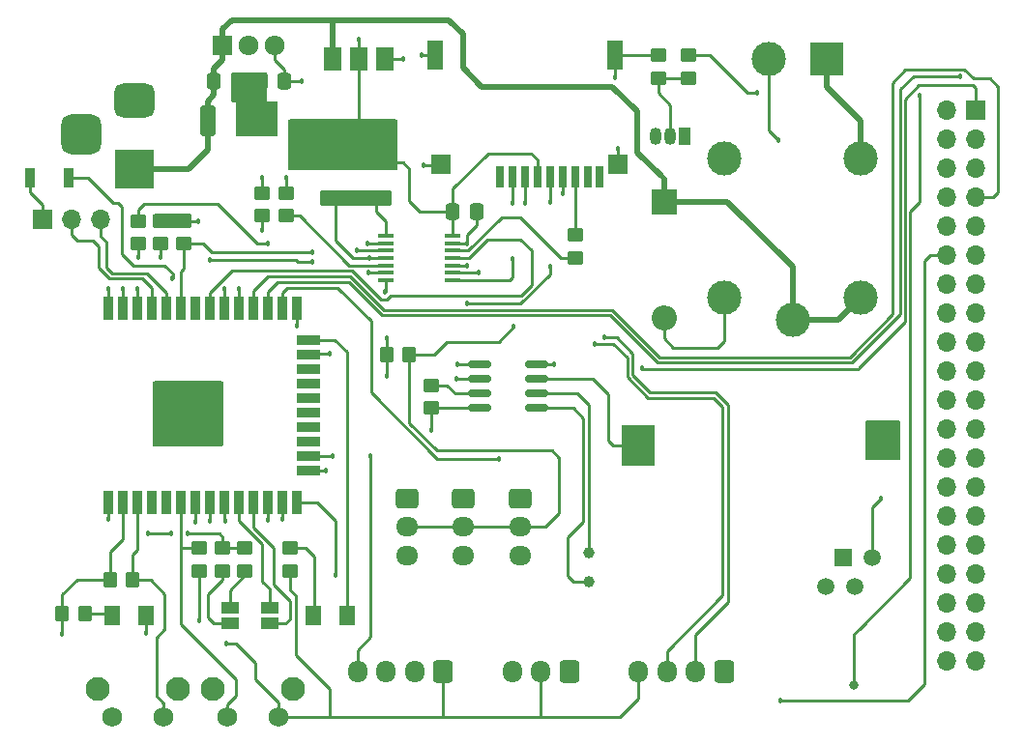
<source format=gbr>
%TF.GenerationSoftware,KiCad,Pcbnew,(6.0.2)*%
%TF.CreationDate,2022-06-23T10:44:51-05:00*%
%TF.ProjectId,ESP32,45535033-322e-46b6-9963-61645f706362,rev?*%
%TF.SameCoordinates,Original*%
%TF.FileFunction,Copper,L1,Top*%
%TF.FilePolarity,Positive*%
%FSLAX46Y46*%
G04 Gerber Fmt 4.6, Leading zero omitted, Abs format (unit mm)*
G04 Created by KiCad (PCBNEW (6.0.2)) date 2022-06-23 10:44:51*
%MOMM*%
%LPD*%
G01*
G04 APERTURE LIST*
G04 Aperture macros list*
%AMRoundRect*
0 Rectangle with rounded corners*
0 $1 Rounding radius*
0 $2 $3 $4 $5 $6 $7 $8 $9 X,Y pos of 4 corners*
0 Add a 4 corners polygon primitive as box body*
4,1,4,$2,$3,$4,$5,$6,$7,$8,$9,$2,$3,0*
0 Add four circle primitives for the rounded corners*
1,1,$1+$1,$2,$3*
1,1,$1+$1,$4,$5*
1,1,$1+$1,$6,$7*
1,1,$1+$1,$8,$9*
0 Add four rect primitives between the rounded corners*
20,1,$1+$1,$2,$3,$4,$5,0*
20,1,$1+$1,$4,$5,$6,$7,0*
20,1,$1+$1,$6,$7,$8,$9,0*
20,1,$1+$1,$8,$9,$2,$3,0*%
G04 Aperture macros list end*
%TA.AperFunction,SMDPad,CuDef*%
%ADD10RoundRect,0.250000X0.450000X-0.350000X0.450000X0.350000X-0.450000X0.350000X-0.450000X-0.350000X0*%
%TD*%
%TA.AperFunction,SMDPad,CuDef*%
%ADD11RoundRect,0.250000X-0.450000X0.350000X-0.450000X-0.350000X0.450000X-0.350000X0.450000X0.350000X0*%
%TD*%
%TA.AperFunction,ComponentPad*%
%ADD12RoundRect,0.250000X0.600000X0.725000X-0.600000X0.725000X-0.600000X-0.725000X0.600000X-0.725000X0*%
%TD*%
%TA.AperFunction,ComponentPad*%
%ADD13O,1.700000X1.950000*%
%TD*%
%TA.AperFunction,SMDPad,CuDef*%
%ADD14R,1.473200X0.355600*%
%TD*%
%TA.AperFunction,ComponentPad*%
%ADD15R,3.500000X3.500000*%
%TD*%
%TA.AperFunction,ComponentPad*%
%ADD16RoundRect,0.750000X-1.000000X0.750000X-1.000000X-0.750000X1.000000X-0.750000X1.000000X0.750000X0*%
%TD*%
%TA.AperFunction,ComponentPad*%
%ADD17RoundRect,0.875000X-0.875000X0.875000X-0.875000X-0.875000X0.875000X-0.875000X0.875000X0.875000X0*%
%TD*%
%TA.AperFunction,SMDPad,CuDef*%
%ADD18R,0.900000X2.000000*%
%TD*%
%TA.AperFunction,SMDPad,CuDef*%
%ADD19R,2.000000X0.900000*%
%TD*%
%TA.AperFunction,SMDPad,CuDef*%
%ADD20R,5.000000X5.000000*%
%TD*%
%TA.AperFunction,SMDPad,CuDef*%
%ADD21RoundRect,0.250000X-0.337500X-0.475000X0.337500X-0.475000X0.337500X0.475000X-0.337500X0.475000X0*%
%TD*%
%TA.AperFunction,ComponentPad*%
%ADD22R,3.000000X3.000000*%
%TD*%
%TA.AperFunction,ComponentPad*%
%ADD23C,3.000000*%
%TD*%
%TA.AperFunction,ComponentPad*%
%ADD24RoundRect,0.250000X-0.725000X0.600000X-0.725000X-0.600000X0.725000X-0.600000X0.725000X0.600000X0*%
%TD*%
%TA.AperFunction,ComponentPad*%
%ADD25O,1.950000X1.700000*%
%TD*%
%TA.AperFunction,SMDPad,CuDef*%
%ADD26R,1.500000X1.000000*%
%TD*%
%TA.AperFunction,SMDPad,CuDef*%
%ADD27RoundRect,0.250000X0.337500X0.475000X-0.337500X0.475000X-0.337500X-0.475000X0.337500X-0.475000X0*%
%TD*%
%TA.AperFunction,SMDPad,CuDef*%
%ADD28R,3.000000X3.600000*%
%TD*%
%TA.AperFunction,SMDPad,CuDef*%
%ADD29R,3.000000X2.600000*%
%TD*%
%TA.AperFunction,ComponentPad*%
%ADD30R,1.050000X1.500000*%
%TD*%
%TA.AperFunction,ComponentPad*%
%ADD31O,1.050000X1.500000*%
%TD*%
%TA.AperFunction,ComponentPad*%
%ADD32R,1.717500X1.800000*%
%TD*%
%TA.AperFunction,ComponentPad*%
%ADD33O,1.717500X1.800000*%
%TD*%
%TA.AperFunction,SMDPad,CuDef*%
%ADD34R,1.500000X2.000000*%
%TD*%
%TA.AperFunction,SMDPad,CuDef*%
%ADD35R,3.800000X2.000000*%
%TD*%
%TA.AperFunction,ComponentPad*%
%ADD36R,1.700000X1.700000*%
%TD*%
%TA.AperFunction,ComponentPad*%
%ADD37O,1.700000X1.700000*%
%TD*%
%TA.AperFunction,SMDPad,CuDef*%
%ADD38R,0.700000X1.900000*%
%TD*%
%TA.AperFunction,SMDPad,CuDef*%
%ADD39R,1.700000X1.800000*%
%TD*%
%TA.AperFunction,SMDPad,CuDef*%
%ADD40R,1.400000X2.600000*%
%TD*%
%TA.AperFunction,ComponentPad*%
%ADD41C,2.100000*%
%TD*%
%TA.AperFunction,ComponentPad*%
%ADD42C,1.750000*%
%TD*%
%TA.AperFunction,SMDPad,CuDef*%
%ADD43RoundRect,0.250000X-1.100000X0.412500X-1.100000X-0.412500X1.100000X-0.412500X1.100000X0.412500X0*%
%TD*%
%TA.AperFunction,ComponentPad*%
%ADD44C,1.000000*%
%TD*%
%TA.AperFunction,SMDPad,CuDef*%
%ADD45RoundRect,0.150000X0.825000X0.150000X-0.825000X0.150000X-0.825000X-0.150000X0.825000X-0.150000X0*%
%TD*%
%TA.AperFunction,SMDPad,CuDef*%
%ADD46R,0.900000X1.700000*%
%TD*%
%TA.AperFunction,ComponentPad*%
%ADD47R,2.200000X2.200000*%
%TD*%
%TA.AperFunction,ComponentPad*%
%ADD48O,2.200000X2.200000*%
%TD*%
%TA.AperFunction,SMDPad,CuDef*%
%ADD49RoundRect,0.250000X-0.350000X-0.450000X0.350000X-0.450000X0.350000X0.450000X-0.350000X0.450000X0*%
%TD*%
%TA.AperFunction,SMDPad,CuDef*%
%ADD50RoundRect,0.250000X0.350000X0.450000X-0.350000X0.450000X-0.350000X-0.450000X0.350000X-0.450000X0*%
%TD*%
%TA.AperFunction,ComponentPad*%
%ADD51R,1.520000X1.520000*%
%TD*%
%TA.AperFunction,ComponentPad*%
%ADD52C,1.520000*%
%TD*%
%TA.AperFunction,SMDPad,CuDef*%
%ADD53RoundRect,0.250000X1.100000X-0.412500X1.100000X0.412500X-1.100000X0.412500X-1.100000X-0.412500X0*%
%TD*%
%TA.AperFunction,SMDPad,CuDef*%
%ADD54RoundRect,0.250001X0.462499X0.624999X-0.462499X0.624999X-0.462499X-0.624999X0.462499X-0.624999X0*%
%TD*%
%TA.AperFunction,SMDPad,CuDef*%
%ADD55RoundRect,0.250000X-0.412500X-1.100000X0.412500X-1.100000X0.412500X1.100000X-0.412500X1.100000X0*%
%TD*%
%TA.AperFunction,ViaPad*%
%ADD56C,0.457200*%
%TD*%
%TA.AperFunction,ViaPad*%
%ADD57C,0.800000*%
%TD*%
%TA.AperFunction,Conductor*%
%ADD58C,0.250000*%
%TD*%
%TA.AperFunction,Conductor*%
%ADD59C,0.254000*%
%TD*%
%TA.AperFunction,Conductor*%
%ADD60C,0.482600*%
%TD*%
G04 APERTURE END LIST*
D10*
%TO.P,R17,1*%
%TO.N,Net-(Q1-Pad2)*%
X86850000Y-27000000D03*
%TO.P,R17,2*%
%TO.N,Earth*%
X86850000Y-25000000D03*
%TD*%
D11*
%TO.P,R15,1*%
%TO.N,Net-(R15-Pad1)*%
X66950000Y-53900000D03*
%TO.P,R15,2*%
%TO.N,5V*%
X66950000Y-55900000D03*
%TD*%
D12*
%TO.P,J3,1,Pin_1*%
%TO.N,/GPIO15*%
X79050000Y-79000000D03*
D13*
%TO.P,J3,2,Pin_2*%
%TO.N,VDD3V3*%
X76550000Y-79000000D03*
%TO.P,J3,3,Pin_3*%
%TO.N,Earth*%
X74050000Y-79000000D03*
%TD*%
D11*
%TO.P,R2,1*%
%TO.N,Net-(D1-Pad2)*%
X54650000Y-68150000D03*
%TO.P,R2,2*%
%TO.N,VDD3V3*%
X54650000Y-70150000D03*
%TD*%
D14*
%TO.P,U4,1,1~{OE}*%
%TO.N,Earth*%
X62979000Y-40794200D03*
%TO.P,U4,2,1A*%
%TO.N,Net-(R9-Pad2)*%
X62979000Y-41454600D03*
%TO.P,U4,3,1Y*%
%TO.N,Net-(J8-Pad3)*%
X62979000Y-42089600D03*
%TO.P,U4,4,2~{OE}*%
%TO.N,Earth*%
X62979000Y-42750000D03*
%TO.P,U4,5,2A*%
%TO.N,Net-(R10-Pad2)*%
X62979000Y-43410400D03*
%TO.P,U4,6,2Y*%
%TO.N,Net-(J8-Pad5)*%
X62979000Y-44045400D03*
%TO.P,U4,7,GND*%
%TO.N,Earth*%
X62979000Y-44705800D03*
%TO.P,U4,8,3Y*%
%TO.N,Net-(J8-Pad2)*%
X68821000Y-44705800D03*
%TO.P,U4,9,3A*%
%TO.N,Net-(R11-Pad2)*%
X68821000Y-44045400D03*
%TO.P,U4,10,3~{OE}*%
%TO.N,Earth*%
X68821000Y-43410400D03*
%TO.P,U4,11,4Y*%
%TO.N,/MISO*%
X68821000Y-42750000D03*
%TO.P,U4,12,4A*%
%TO.N,Net-(R12-Pad2)*%
X68821000Y-42089600D03*
%TO.P,U4,13,4~{OE}*%
%TO.N,Earth*%
X68821000Y-41454600D03*
%TO.P,U4,14,VCC*%
%TO.N,VDD3V3*%
X68821000Y-40794200D03*
%TD*%
D15*
%TO.P,J1,1*%
%TO.N,VCCDC*%
X41007500Y-34950000D03*
D16*
%TO.P,J1,2*%
%TO.N,Earth*%
X41007500Y-28950000D03*
D17*
%TO.P,J1,3*%
%TO.N,N/C*%
X36307500Y-31950000D03*
%TD*%
D11*
%TO.P,R16,1*%
%TO.N,/GPIO33*%
X89500000Y-25000000D03*
%TO.P,R16,2*%
%TO.N,Net-(Q1-Pad2)*%
X89500000Y-27000000D03*
%TD*%
D18*
%TO.P,U1,1,GND*%
%TO.N,Earth*%
X38695000Y-64150000D03*
%TO.P,U1,2,VDD*%
%TO.N,VDD3V3*%
X39965000Y-64150000D03*
%TO.P,U1,3,EN*%
%TO.N,/EN*%
X41235000Y-64150000D03*
%TO.P,U1,4,SENSOR_VP*%
%TO.N,/GPIO36*%
X42505000Y-64150000D03*
%TO.P,U1,5,SENSOR_VN*%
%TO.N,unconnected-(U1-Pad5)*%
X43775000Y-64150000D03*
%TO.P,U1,6,IO34*%
%TO.N,/GPIO34*%
X45045000Y-64150000D03*
%TO.P,U1,7,IO35*%
%TO.N,/ADC1_CH7*%
X46315000Y-64150000D03*
%TO.P,U1,8,IO32*%
%TO.N,/GPIO32*%
X47585000Y-64150000D03*
%TO.P,U1,9,IO33*%
%TO.N,/GPIO33*%
X48855000Y-64150000D03*
%TO.P,U1,10,IO25*%
%TO.N,/GPIO25*%
X50125000Y-64150000D03*
%TO.P,U1,11,IO26*%
%TO.N,/GPIO26*%
X51395000Y-64150000D03*
%TO.P,U1,12,IO27*%
%TO.N,/ADC2_CH7*%
X52665000Y-64150000D03*
%TO.P,U1,13,IO14*%
%TO.N,/ADC2_CH6*%
X53935000Y-64150000D03*
%TO.P,U1,14,IO12*%
%TO.N,/GPIO12*%
X55205000Y-64150000D03*
D19*
%TO.P,U1,15,GND*%
%TO.N,Earth*%
X56205000Y-61365000D03*
%TO.P,U1,16,IO13*%
%TO.N,/GPIO13*%
X56205000Y-60095000D03*
%TO.P,U1,17,SHD/SD2*%
%TO.N,unconnected-(U1-Pad17)*%
X56205000Y-58825000D03*
%TO.P,U1,18,SWP/SD3*%
%TO.N,unconnected-(U1-Pad18)*%
X56205000Y-57555000D03*
%TO.P,U1,19,SCS/CMD*%
%TO.N,unconnected-(U1-Pad19)*%
X56205000Y-56285000D03*
%TO.P,U1,20,SCK/CLK*%
%TO.N,unconnected-(U1-Pad20)*%
X56205000Y-55015000D03*
%TO.P,U1,21,SDO/SD0*%
%TO.N,unconnected-(U1-Pad21)*%
X56205000Y-53745000D03*
%TO.P,U1,22,SDI/SD1*%
%TO.N,unconnected-(U1-Pad22)*%
X56205000Y-52475000D03*
%TO.P,U1,23,IO15*%
%TO.N,/GPIO15*%
X56205000Y-51205000D03*
%TO.P,U1,24,IO2*%
%TO.N,/GPIO2*%
X56205000Y-49935000D03*
D18*
%TO.P,U1,25,IO0*%
%TO.N,/GPIO0*%
X55205000Y-47150000D03*
%TO.P,U1,26,IO4*%
%TO.N,/ADC2_CH0*%
X53935000Y-47150000D03*
%TO.P,U1,27,IO16*%
%TO.N,/RX2*%
X52665000Y-47150000D03*
%TO.P,U1,28,IO17*%
%TO.N,/TX2*%
X51395000Y-47150000D03*
%TO.P,U1,29,IO5*%
%TO.N,/CS*%
X50125000Y-47150000D03*
%TO.P,U1,30,IO18*%
%TO.N,/CLK*%
X48855000Y-47150000D03*
%TO.P,U1,31,IO19*%
%TO.N,/MISO*%
X47585000Y-47150000D03*
%TO.P,U1,32,NC*%
%TO.N,unconnected-(U1-Pad32)*%
X46315000Y-47150000D03*
%TO.P,U1,33,IO21*%
%TO.N,/SDA*%
X45045000Y-47150000D03*
%TO.P,U1,34,RXD0/IO3*%
%TO.N,/TXD*%
X43775000Y-47150000D03*
%TO.P,U1,35,TXD0/IO1*%
%TO.N,/RXD*%
X42505000Y-47150000D03*
%TO.P,U1,36,IO22*%
%TO.N,/SCL*%
X41235000Y-47150000D03*
%TO.P,U1,37,IO23*%
%TO.N,/MOSI*%
X39965000Y-47150000D03*
%TO.P,U1,38,GND*%
%TO.N,Earth*%
X38695000Y-47150000D03*
D20*
%TO.P,U1,39,GND*%
X46195000Y-56650000D03*
%TD*%
D11*
%TO.P,R12,1*%
%TO.N,/D0*%
X79550000Y-40750000D03*
%TO.P,R12,2*%
%TO.N,Net-(R12-Pad2)*%
X79550000Y-42750000D03*
%TD*%
D21*
%TO.P,C7,1*%
%TO.N,VDD3V3*%
X68862500Y-38700000D03*
%TO.P,C7,2*%
%TO.N,Earth*%
X70937500Y-38700000D03*
%TD*%
D22*
%TO.P,J12,1,Pin_1*%
%TO.N,/NO*%
X101640000Y-25350000D03*
D23*
%TO.P,J12,2,Pin_2*%
%TO.N,Earth*%
X96560000Y-25350000D03*
%TD*%
D24*
%TO.P,J10,1,Pin_1*%
%TO.N,Earth*%
X74750000Y-63800000D03*
D25*
%TO.P,J10,2,Pin_2*%
%TO.N,VDD3V3*%
X74750000Y-66300000D03*
%TO.P,J10,3,Pin_3*%
%TO.N,/ADC2_CH0*%
X74750000Y-68800000D03*
%TD*%
D26*
%TO.P,D3,1,A1*%
%TO.N,Net-(D3-Pad1)*%
X49350000Y-73400000D03*
%TO.P,D3,2,A2*%
%TO.N,Net-(D3-Pad2)*%
X49350000Y-74800000D03*
%TO.P,D3,3,K1*%
%TO.N,/GPIO26*%
X52850000Y-74800000D03*
%TO.P,D3,4,K2*%
%TO.N,/GPIO25*%
X52850000Y-73400000D03*
%TD*%
D11*
%TO.P,R14,1*%
%TO.N,5V*%
X45300000Y-39500000D03*
%TO.P,R14,2*%
%TO.N,/SDA*%
X45300000Y-41500000D03*
%TD*%
D27*
%TO.P,C6,1*%
%TO.N,5V*%
X54137500Y-27250000D03*
%TO.P,C6,2*%
%TO.N,Earth*%
X52062500Y-27250000D03*
%TD*%
D10*
%TO.P,R9,1*%
%TO.N,/MOSI*%
X41300000Y-41500000D03*
%TO.P,R9,2*%
%TO.N,Net-(R9-Pad2)*%
X41300000Y-39500000D03*
%TD*%
D11*
%TO.P,R13,1*%
%TO.N,5V*%
X43300000Y-39500000D03*
%TO.P,R13,2*%
%TO.N,/SCL*%
X43300000Y-41500000D03*
%TD*%
D28*
%TO.P,BT1,1,+*%
%TO.N,Net-(BT1-Pad1)*%
X85128000Y-59200000D03*
D29*
%TO.P,BT1,2,-*%
%TO.N,Earth*%
X106528000Y-59200000D03*
%TD*%
D10*
%TO.P,R7,1*%
%TO.N,Net-(D3-Pad2)*%
X48650000Y-70150000D03*
%TO.P,R7,2*%
%TO.N,VDD3V3*%
X48650000Y-68150000D03*
%TD*%
D30*
%TO.P,Q1,1,C*%
%TO.N,Net-(D4-Pad2)*%
X89200000Y-32050000D03*
D31*
%TO.P,Q1,2,B*%
%TO.N,Net-(Q1-Pad2)*%
X87930000Y-32050000D03*
%TO.P,Q1,3,E*%
%TO.N,Earth*%
X86660000Y-32050000D03*
%TD*%
D24*
%TO.P,J5,1,Pin_1*%
%TO.N,Earth*%
X64850000Y-63800000D03*
D25*
%TO.P,J5,2,Pin_2*%
%TO.N,VDD3V3*%
X64850000Y-66300000D03*
%TO.P,J5,3,Pin_3*%
%TO.N,/ADC2_CH6*%
X64850000Y-68800000D03*
%TD*%
D12*
%TO.P,J4,1,Pin_1*%
%TO.N,VDD3V3*%
X68000000Y-79000000D03*
D13*
%TO.P,J4,2,Pin_2*%
%TO.N,Earth*%
X65500000Y-79000000D03*
%TO.P,J4,3,Pin_3*%
%TO.N,/GPIO12*%
X63000000Y-79000000D03*
%TO.P,J4,4,Pin_4*%
%TO.N,/GPIO13*%
X60500000Y-79000000D03*
%TD*%
D12*
%TO.P,J2,1,Pin_1*%
%TO.N,Earth*%
X92600000Y-79000000D03*
D13*
%TO.P,J2,2,Pin_2*%
%TO.N,/SDA*%
X90100000Y-79000000D03*
%TO.P,J2,3,Pin_3*%
%TO.N,/SCL*%
X87600000Y-79000000D03*
%TO.P,J2,4,Pin_4*%
%TO.N,VDD3V3*%
X85100000Y-79000000D03*
%TD*%
D32*
%TO.P,U3,1,IN*%
%TO.N,VCCDC*%
X48710000Y-24150000D03*
D33*
%TO.P,U3,2,GND*%
%TO.N,Earth*%
X51000000Y-24150000D03*
%TO.P,U3,3,OUT*%
%TO.N,5V*%
X53290000Y-24150000D03*
%TD*%
D34*
%TO.P,U2,1,GND*%
%TO.N,Earth*%
X62900000Y-25300000D03*
D35*
%TO.P,U2,2,VO*%
%TO.N,VDD3V3*%
X60600000Y-31600000D03*
D34*
X60600000Y-25300000D03*
%TO.P,U2,3,VI*%
%TO.N,VCCDC*%
X58300000Y-25300000D03*
%TD*%
D36*
%TO.P,J11,1,Pin_1*%
%TO.N,Earth*%
X32925000Y-39350000D03*
D37*
%TO.P,J11,2,Pin_2*%
%TO.N,/RXD*%
X35465000Y-39350000D03*
%TO.P,J11,3,Pin_3*%
%TO.N,/TXD*%
X38005000Y-39350000D03*
%TD*%
D10*
%TO.P,R6,1*%
%TO.N,Net-(D3-Pad1)*%
X50650000Y-70150000D03*
%TO.P,R6,2*%
%TO.N,VDD3V3*%
X50650000Y-68150000D03*
%TD*%
D38*
%TO.P,J8,1,DAT2*%
%TO.N,unconnected-(J8-Pad1)*%
X72950000Y-35625000D03*
%TO.P,J8,2,CD/DAT3*%
%TO.N,Net-(J8-Pad2)*%
X74050000Y-35625000D03*
%TO.P,J8,3,CMD*%
%TO.N,Net-(J8-Pad3)*%
X75150000Y-35625000D03*
%TO.P,J8,4,VDD*%
%TO.N,VDD3V3*%
X76250000Y-35625000D03*
%TO.P,J8,5,CLK*%
%TO.N,Net-(J8-Pad5)*%
X77350000Y-35625000D03*
%TO.P,J8,6,VSS*%
%TO.N,Earth*%
X78450000Y-35625000D03*
%TO.P,J8,7,DAT0*%
%TO.N,/D0*%
X79550000Y-35625000D03*
%TO.P,J8,8,DAT1*%
%TO.N,unconnected-(J8-Pad8)*%
X80650000Y-35625000D03*
%TO.P,J8,9,CD_SW1*%
%TO.N,unconnected-(J8-Pad9)*%
X81750000Y-35625000D03*
D39*
%TO.P,J8,10,GND*%
%TO.N,Earth*%
X83300000Y-34575000D03*
%TO.P,J8,11,GND*%
X67800000Y-34575000D03*
D40*
%TO.P,J8,12,GND*%
X83050000Y-24975000D03*
%TO.P,J8,13,GND*%
X67350000Y-24975000D03*
%TD*%
D41*
%TO.P,CFG1,*%
%TO.N,*%
X54850000Y-80510000D03*
X47840000Y-80510000D03*
D42*
%TO.P,CFG1,1,1*%
%TO.N,VDD3V3*%
X53600000Y-83000000D03*
%TO.P,CFG1,2,2*%
%TO.N,/GPIO34*%
X49100000Y-83000000D03*
%TD*%
D43*
%TO.P,C3,1*%
%TO.N,VDD3V3*%
X58600000Y-34387500D03*
%TO.P,C3,2*%
%TO.N,Earth*%
X58600000Y-37512500D03*
%TD*%
D44*
%TO.P,Y1,1,1*%
%TO.N,Net-(U5-Pad1)*%
X80750000Y-71100000D03*
%TO.P,Y1,2,2*%
%TO.N,Net-(U5-Pad2)*%
X80750000Y-68560000D03*
%TD*%
D45*
%TO.P,U5,1,X1*%
%TO.N,Net-(U5-Pad1)*%
X76175000Y-55905000D03*
%TO.P,U5,2,X2*%
%TO.N,Net-(U5-Pad2)*%
X76175000Y-54635000D03*
%TO.P,U5,3,VBAT*%
%TO.N,Net-(BT1-Pad1)*%
X76175000Y-53365000D03*
%TO.P,U5,4,GND*%
%TO.N,Earth*%
X76175000Y-52095000D03*
%TO.P,U5,5,SDA*%
%TO.N,/SDA*%
X71225000Y-52095000D03*
%TO.P,U5,6,SCL*%
%TO.N,/SCL*%
X71225000Y-53365000D03*
%TO.P,U5,7,SQW/OUT*%
%TO.N,Net-(R15-Pad1)*%
X71225000Y-54635000D03*
%TO.P,U5,8,VCC*%
%TO.N,5V*%
X71225000Y-55905000D03*
%TD*%
D46*
%TO.P,RST2,1,1*%
%TO.N,/GPIO0*%
X35200009Y-35749992D03*
%TO.P,RST2,2,2*%
%TO.N,Earth*%
X31800009Y-35749992D03*
%TD*%
D21*
%TO.P,C5,1*%
%TO.N,VCCDC*%
X47962500Y-27250000D03*
%TO.P,C5,2*%
%TO.N,Earth*%
X50037500Y-27250000D03*
%TD*%
D47*
%TO.P,D4,1,K*%
%TO.N,VCCDC*%
X87350000Y-37820000D03*
D48*
%TO.P,D4,2,A*%
%TO.N,Net-(D4-Pad2)*%
X87350000Y-47980000D03*
%TD*%
D49*
%TO.P,R1,1*%
%TO.N,VDD3V3*%
X38850000Y-70950000D03*
%TO.P,R1,2*%
%TO.N,/EN*%
X40850000Y-70950000D03*
%TD*%
D50*
%TO.P,R3,1*%
%TO.N,Net-(D2-Pad2)*%
X36650000Y-73900000D03*
%TO.P,R3,2*%
%TO.N,VDD3V3*%
X34650000Y-73900000D03*
%TD*%
D11*
%TO.P,R4,1*%
%TO.N,/GPIO34*%
X46650000Y-68150000D03*
%TO.P,R4,2*%
%TO.N,Earth*%
X46650000Y-70150000D03*
%TD*%
D51*
%TO.P,J9,1,Pin_1*%
%TO.N,/ADC1_CH7*%
X103020001Y-68979999D03*
D52*
%TO.P,J9,2,Pin_2*%
%TO.N,VDD3V3*%
X101530001Y-71519999D03*
%TO.P,J9,3,Pin_3*%
%TO.N,Earth*%
X105560001Y-68979999D03*
%TO.P,J9,4,Pin_4*%
X104070001Y-71519999D03*
%TD*%
D53*
%TO.P,C4,1*%
%TO.N,Earth*%
X62150000Y-37512500D03*
%TO.P,C4,2*%
%TO.N,VDD3V3*%
X62150000Y-34387500D03*
%TD*%
D54*
%TO.P,D2,1,K*%
%TO.N,Earth*%
X41987500Y-74050000D03*
%TO.P,D2,2,A*%
%TO.N,Net-(D2-Pad2)*%
X39012500Y-74050000D03*
%TD*%
%TO.P,D1,1,K*%
%TO.N,/GPIO2*%
X59587500Y-74100000D03*
%TO.P,D1,2,A*%
%TO.N,Net-(D1-Pad2)*%
X56612500Y-74100000D03*
%TD*%
D49*
%TO.P,R5,1*%
%TO.N,/GPIO15*%
X63050000Y-51200000D03*
%TO.P,R5,2*%
%TO.N,VDD3V3*%
X65050000Y-51200000D03*
%TD*%
D24*
%TO.P,J6,1,Pin_1*%
%TO.N,Earth*%
X69800000Y-63800000D03*
D25*
%TO.P,J6,2,Pin_2*%
%TO.N,VDD3V3*%
X69800000Y-66300000D03*
%TO.P,J6,3,Pin_3*%
%TO.N,/ADC2_CH7*%
X69800000Y-68800000D03*
%TD*%
D21*
%TO.P,C2,1*%
%TO.N,Earth*%
X52962500Y-31350000D03*
%TO.P,C2,2*%
%TO.N,VDD3V3*%
X55037500Y-31350000D03*
%TD*%
D55*
%TO.P,C1,1*%
%TO.N,VCCDC*%
X47387500Y-30750000D03*
%TO.P,C1,2*%
%TO.N,Earth*%
X50512500Y-30750000D03*
%TD*%
D41*
%TO.P,RST1,*%
%TO.N,*%
X37790000Y-80510000D03*
X44800000Y-80510000D03*
D42*
%TO.P,RST1,1,1*%
%TO.N,/EN*%
X43550000Y-83000000D03*
%TO.P,RST1,2,2*%
%TO.N,Earth*%
X39050000Y-83000000D03*
%TD*%
D11*
%TO.P,R11,1*%
%TO.N,/CS*%
X52200000Y-37050000D03*
%TO.P,R11,2*%
%TO.N,Net-(R11-Pad2)*%
X52200000Y-39050000D03*
%TD*%
D23*
%TO.P,K1,11*%
%TO.N,VCCDC*%
X98600000Y-48200000D03*
%TO.P,K1,12*%
%TO.N,/NC*%
X92600000Y-34000000D03*
%TO.P,K1,14*%
%TO.N,/NO*%
X104600000Y-34000000D03*
%TO.P,K1,A1*%
%TO.N,VCCDC*%
X104600000Y-46200000D03*
%TO.P,K1,A2*%
%TO.N,Net-(D4-Pad2)*%
X92600000Y-46200000D03*
%TD*%
D11*
%TO.P,R10,1*%
%TO.N,/CLK*%
X54300000Y-37050000D03*
%TO.P,R10,2*%
%TO.N,Net-(R10-Pad2)*%
X54300000Y-39050000D03*
%TD*%
D36*
%TO.P,J7,1,Pin_1*%
%TO.N,5V*%
X114675000Y-29775000D03*
D37*
%TO.P,J7,2,Pin_2*%
%TO.N,VDD3V3*%
X112135000Y-29775000D03*
%TO.P,J7,3,Pin_3*%
%TO.N,unconnected-(J7-Pad3)*%
X114675000Y-32315000D03*
%TO.P,J7,4,Pin_4*%
%TO.N,unconnected-(J7-Pad4)*%
X112135000Y-32315000D03*
%TO.P,J7,5,Pin_5*%
%TO.N,Earth*%
X114675000Y-34855000D03*
%TO.P,J7,6,Pin_6*%
X112135000Y-34855000D03*
%TO.P,J7,7,Pin_7*%
%TO.N,/TX2*%
X114675000Y-37395000D03*
%TO.P,J7,8,Pin_8*%
%TO.N,unconnected-(J7-Pad8)*%
X112135000Y-37395000D03*
%TO.P,J7,9,Pin_9*%
%TO.N,/RX2*%
X114675000Y-39935000D03*
%TO.P,J7,10,Pin_10*%
%TO.N,unconnected-(J7-Pad10)*%
X112135000Y-39935000D03*
%TO.P,J7,11,Pin_11*%
%TO.N,unconnected-(J7-Pad11)*%
X114675000Y-42475000D03*
%TO.P,J7,12,Pin_12*%
%TO.N,/GPIO32*%
X112135000Y-42475000D03*
%TO.P,J7,13,Pin_13*%
%TO.N,unconnected-(J7-Pad13)*%
X114675000Y-45015000D03*
%TO.P,J7,14,Pin_14*%
%TO.N,unconnected-(J7-Pad14)*%
X112135000Y-45015000D03*
%TO.P,J7,15,Pin_15*%
%TO.N,unconnected-(J7-Pad15)*%
X114675000Y-47555000D03*
%TO.P,J7,16,Pin_16*%
%TO.N,unconnected-(J7-Pad16)*%
X112135000Y-47555000D03*
%TO.P,J7,17,Pin_17*%
%TO.N,unconnected-(J7-Pad17)*%
X114675000Y-50095000D03*
%TO.P,J7,18,Pin_18*%
%TO.N,unconnected-(J7-Pad18)*%
X112135000Y-50095000D03*
%TO.P,J7,19,Pin_19*%
%TO.N,unconnected-(J7-Pad19)*%
X114675000Y-52635000D03*
%TO.P,J7,20,Pin_20*%
%TO.N,unconnected-(J7-Pad20)*%
X112135000Y-52635000D03*
%TO.P,J7,21,Pin_21*%
%TO.N,unconnected-(J7-Pad21)*%
X114675000Y-55175000D03*
%TO.P,J7,22,Pin_22*%
%TO.N,unconnected-(J7-Pad22)*%
X112135000Y-55175000D03*
%TO.P,J7,23,Pin_23*%
%TO.N,unconnected-(J7-Pad23)*%
X114675000Y-57715000D03*
%TO.P,J7,24,Pin_24*%
%TO.N,unconnected-(J7-Pad24)*%
X112135000Y-57715000D03*
%TO.P,J7,25,Pin_25*%
%TO.N,unconnected-(J7-Pad25)*%
X114675000Y-60255000D03*
%TO.P,J7,26,Pin_26*%
%TO.N,unconnected-(J7-Pad26)*%
X112135000Y-60255000D03*
%TO.P,J7,27,Pin_27*%
%TO.N,unconnected-(J7-Pad27)*%
X114675000Y-62795000D03*
%TO.P,J7,28,Pin_28*%
%TO.N,unconnected-(J7-Pad28)*%
X112135000Y-62795000D03*
%TO.P,J7,29,Pin_29*%
%TO.N,unconnected-(J7-Pad29)*%
X114675000Y-65335000D03*
%TO.P,J7,30,Pin_30*%
%TO.N,unconnected-(J7-Pad30)*%
X112135000Y-65335000D03*
%TO.P,J7,31,Pin_31*%
%TO.N,unconnected-(J7-Pad31)*%
X114675000Y-67875000D03*
%TO.P,J7,32,Pin_32*%
%TO.N,unconnected-(J7-Pad32)*%
X112135000Y-67875000D03*
%TO.P,J7,33,Pin_33*%
%TO.N,unconnected-(J7-Pad33)*%
X114675000Y-70415000D03*
%TO.P,J7,34,Pin_34*%
%TO.N,unconnected-(J7-Pad34)*%
X112135000Y-70415000D03*
%TO.P,J7,35,Pin_35*%
%TO.N,unconnected-(J7-Pad35)*%
X114675000Y-72955000D03*
%TO.P,J7,36,Pin_36*%
%TO.N,unconnected-(J7-Pad36)*%
X112135000Y-72955000D03*
%TO.P,J7,37,Pin_37*%
%TO.N,unconnected-(J7-Pad37)*%
X114675000Y-75495000D03*
%TO.P,J7,38,Pin_38*%
%TO.N,unconnected-(J7-Pad38)*%
X112135000Y-75495000D03*
%TO.P,J7,39,Pin_39*%
%TO.N,unconnected-(J7-Pad39)*%
X114675000Y-78035000D03*
%TO.P,J7,40,Pin_40*%
%TO.N,unconnected-(J7-Pad40)*%
X112135000Y-78035000D03*
%TD*%
D56*
%TO.N,/GPIO33*%
X95550000Y-28300000D03*
X109750000Y-28550000D03*
X48900004Y-65799995D03*
D57*
X104000000Y-80150000D03*
D56*
%TO.N,/ADC1_CH7*%
X46300009Y-65899995D03*
%TO.N,/ADC2_CH7*%
X52700000Y-65700000D03*
%TO.N,VDD3V3*%
X34649994Y-75700001D03*
X60600006Y-23600001D03*
X42150005Y-66899993D03*
X44199988Y-66899993D03*
X45650000Y-66900000D03*
X49000004Y-76550012D03*
X74200004Y-48800004D03*
%TO.N,5V*%
X55650003Y-27250009D03*
X85449994Y-52450009D03*
X66950006Y-57849999D03*
X46550000Y-39500000D03*
%TO.N,Earth*%
X83050000Y-26900000D03*
X51850000Y-28700000D03*
X43250000Y-55950000D03*
X106350003Y-63799999D03*
X105500000Y-57350000D03*
X83300000Y-33150000D03*
X78450000Y-37100000D03*
X43250000Y-57850000D03*
X43250000Y-58750000D03*
X107250000Y-57350000D03*
X50150000Y-28700000D03*
X66300000Y-34600000D03*
X62950000Y-45700000D03*
X52800000Y-29650000D03*
X46650000Y-74500000D03*
X106350000Y-57350000D03*
X57750000Y-61350000D03*
X51900000Y-29650000D03*
X64500000Y-25300000D03*
X51000000Y-28700000D03*
X60400000Y-37850000D03*
X70100000Y-43400000D03*
X66100000Y-24950000D03*
X43250000Y-57000000D03*
X38700000Y-65650000D03*
X42000000Y-75650000D03*
X70100000Y-41450000D03*
X77750000Y-52100000D03*
X60400000Y-37150000D03*
X38699999Y-45491400D03*
X97349996Y-32400011D03*
X43250000Y-54050000D03*
X43250000Y-54900000D03*
X61550000Y-42750000D03*
%TO.N,/CS*%
X50149989Y-45500011D03*
X52199997Y-35750000D03*
%TO.N,/SDA*%
X56600000Y-42243297D03*
X69250001Y-52099997D03*
X82099988Y-49700002D03*
%TO.N,/SCL*%
X43299990Y-42699991D03*
X56600000Y-43100000D03*
X69199989Y-53350008D03*
X47600000Y-42900000D03*
X41250006Y-45491400D03*
X81300000Y-50253100D03*
%TO.N,/GPIO15*%
X63049988Y-53050008D03*
X58100011Y-51099999D03*
X63049988Y-49800002D03*
%TO.N,/CLK*%
X48850000Y-45450000D03*
X54299993Y-35750000D03*
%TO.N,/MOSI*%
X39950009Y-45491400D03*
X41299994Y-42650000D03*
%TO.N,/GPIO12*%
X58600010Y-70500000D03*
%TO.N,/GPIO13*%
X58300010Y-60100007D03*
X61649991Y-60100007D03*
%TO.N,/RX2*%
X113300000Y-26830600D03*
%TO.N,/GPIO32*%
X97549995Y-81550002D03*
X47600006Y-65799995D03*
%TO.N,Net-(J8-Pad2)*%
X74049992Y-37900000D03*
X74049992Y-42824502D03*
%TO.N,Net-(J8-Pad3)*%
X75149989Y-37900000D03*
X60450000Y-42100000D03*
%TO.N,Net-(J8-Pad5)*%
X77350000Y-43500000D03*
X77350000Y-37850000D03*
X70100012Y-46749995D03*
X61450000Y-44050000D03*
%TO.N,Net-(R9-Pad2)*%
X52700000Y-41450000D03*
X61400000Y-41450000D03*
%TO.N,Net-(R11-Pad2)*%
X52199997Y-40299996D03*
X71150000Y-44050000D03*
%TO.N,/ADC2_CH6*%
X53950000Y-65600000D03*
%TO.N,/ADC2_CH0*%
X72900007Y-60374505D03*
%TO.N,/GPIO0*%
X44320511Y-44550000D03*
X55199991Y-48700004D03*
%TD*%
D58*
%TO.N,/GPIO34*%
X45045000Y-67695000D02*
X45045000Y-64150000D01*
X49900000Y-79700000D02*
X45045000Y-74845000D01*
X49100000Y-83000000D02*
X49100000Y-81900000D01*
X45100000Y-68150000D02*
X45045000Y-68205000D01*
X49100000Y-81900000D02*
X49900000Y-81100000D01*
X45045000Y-68205000D02*
X45045000Y-67695000D01*
X49900000Y-81100000D02*
X49900000Y-79700000D01*
X46650000Y-68150000D02*
X45100000Y-68150000D01*
X45045000Y-74845000D02*
X45045000Y-68205000D01*
%TO.N,/GPIO33*%
X94700000Y-28300000D02*
X95550000Y-28300000D01*
X91400000Y-25000000D02*
X94700000Y-28300000D01*
X104450000Y-75250000D02*
X104000000Y-75700000D01*
X89500000Y-25000000D02*
X91400000Y-25000000D01*
X108915340Y-41850000D02*
X108915340Y-70784660D01*
X48855000Y-64150000D02*
X48855000Y-65755000D01*
X109750000Y-37850000D02*
X108915340Y-38684660D01*
X109750000Y-28550000D02*
X109750000Y-37850000D01*
X108915340Y-70784660D02*
X104450000Y-75250000D01*
X104000000Y-75700000D02*
X104000000Y-80150000D01*
X108915340Y-38684660D02*
X108915340Y-41850000D01*
X48855000Y-65755000D02*
X48900000Y-65800000D01*
%TO.N,/GPIO25*%
X52200000Y-71100000D02*
X52850000Y-71750000D01*
X52850000Y-71750000D02*
X52850000Y-73400000D01*
X52200000Y-67850000D02*
X52200000Y-71100000D01*
X50125000Y-64150000D02*
X50125000Y-65775000D01*
X50125000Y-65775000D02*
X52200000Y-67850000D01*
%TO.N,/GPIO26*%
X54600000Y-72800000D02*
X53200000Y-71400000D01*
X53200000Y-71400000D02*
X53200000Y-68150000D01*
X54600000Y-74400000D02*
X54600000Y-72800000D01*
X54200000Y-74800000D02*
X54600000Y-74400000D01*
X52850000Y-74800000D02*
X54200000Y-74800000D01*
X53200000Y-68150000D02*
X51395000Y-66345000D01*
X51395000Y-66345000D02*
X51395000Y-64150000D01*
%TO.N,/ADC1_CH7*%
X46315000Y-64150000D02*
X46315000Y-65885000D01*
X46315000Y-65885000D02*
X46300000Y-65900000D01*
%TO.N,Net-(D1-Pad2)*%
X56700000Y-68900000D02*
X56700000Y-74012500D01*
X54650000Y-68150000D02*
X55950000Y-68150000D01*
X56700000Y-74012500D02*
X56612500Y-74100000D01*
X55950000Y-68150000D02*
X56700000Y-68900000D01*
%TO.N,/ADC2_CH7*%
X52700000Y-65700000D02*
X52700000Y-64185000D01*
X52700000Y-64185000D02*
X52665000Y-64150000D01*
D59*
%TO.N,VDD3V3*%
X53600000Y-83000000D02*
X58100000Y-83000000D01*
D58*
X42150000Y-66900000D02*
X44200000Y-66900000D01*
X65050000Y-37800000D02*
X65950000Y-38700000D01*
X38850000Y-68500000D02*
X39965000Y-67385000D01*
X64487500Y-34387500D02*
X65050000Y-34950000D01*
X39965000Y-67385000D02*
X39965000Y-64150000D01*
D59*
X53600000Y-83000000D02*
X53600000Y-81700000D01*
D58*
X34650000Y-73900000D02*
X34650000Y-72250000D01*
X65050000Y-51200000D02*
X65050000Y-57250000D01*
X67450000Y-59650000D02*
X77550000Y-59650000D01*
D59*
X34650000Y-75700000D02*
X34650000Y-73900000D01*
X76600000Y-83000000D02*
X83450000Y-83000000D01*
D58*
X78150000Y-65150000D02*
X77000000Y-66300000D01*
X64850000Y-66300000D02*
X69800000Y-66300000D01*
D59*
X83450000Y-83000000D02*
X85100000Y-81350000D01*
D58*
X62187500Y-34350000D02*
X62150000Y-34387500D01*
X38850000Y-70950000D02*
X38850000Y-68500000D01*
D59*
X52500000Y-80600000D02*
X51550000Y-79650000D01*
D58*
X48700000Y-68150000D02*
X50700000Y-68150000D01*
X67200000Y-51200000D02*
X65050000Y-51200000D01*
X77550000Y-59650000D02*
X78150000Y-60250000D01*
X55150000Y-77550000D02*
X58100000Y-80500000D01*
D59*
X76550000Y-79000000D02*
X76550000Y-82950000D01*
X49850000Y-76550000D02*
X49000000Y-76550000D01*
D58*
X62150000Y-34387500D02*
X64487500Y-34387500D01*
D59*
X58100000Y-83000000D02*
X67950000Y-83000000D01*
D58*
X54650000Y-71850000D02*
X55150000Y-72350000D01*
X48700000Y-67200000D02*
X48700000Y-68150000D01*
X68862500Y-36687500D02*
X68862500Y-38700000D01*
X77000000Y-66300000D02*
X74750000Y-66300000D01*
D59*
X67950000Y-83000000D02*
X76600000Y-83000000D01*
D58*
X60600000Y-25300000D02*
X60600000Y-23600000D01*
D59*
X68000000Y-79000000D02*
X68000000Y-82950000D01*
D58*
X58100000Y-80500000D02*
X58100000Y-83000000D01*
X72900000Y-50100000D02*
X68300000Y-50100000D01*
D59*
X51550000Y-79650000D02*
X51550000Y-78250000D01*
D58*
X74200000Y-48800000D02*
X72900000Y-50100000D01*
X48400000Y-66900000D02*
X48700000Y-67200000D01*
X68821000Y-40794200D02*
X68821000Y-38741500D01*
X76550000Y-82950000D02*
X76600000Y-83000000D01*
X78150000Y-60250000D02*
X78150000Y-65150000D01*
X71950000Y-33600000D02*
X75700000Y-33600000D01*
X35950000Y-70950000D02*
X38850000Y-70950000D01*
X69800000Y-66300000D02*
X74750000Y-66300000D01*
X55150000Y-72350000D02*
X55150000Y-77550000D01*
X68300000Y-50100000D02*
X67200000Y-51200000D01*
X65050000Y-57250000D02*
X67450000Y-59650000D01*
X65050000Y-34950000D02*
X65050000Y-37800000D01*
X45650000Y-66900000D02*
X48400000Y-66900000D01*
X34650000Y-72250000D02*
X35950000Y-70950000D01*
X75700000Y-33600000D02*
X76250000Y-34150000D01*
X65950000Y-38700000D02*
X68862500Y-38700000D01*
X60600000Y-25300000D02*
X60600000Y-31600000D01*
X54650000Y-70150000D02*
X54650000Y-71850000D01*
X76250000Y-34150000D02*
X76250000Y-35625000D01*
X68000000Y-82950000D02*
X67950000Y-83000000D01*
D59*
X51550000Y-78250000D02*
X49850000Y-76550000D01*
D58*
X68821000Y-38741500D02*
X68862500Y-38700000D01*
D59*
X53600000Y-81700000D02*
X52500000Y-80600000D01*
D58*
X68862500Y-36687500D02*
X71950000Y-33600000D01*
D59*
X85100000Y-81350000D02*
X85100000Y-79000000D01*
D58*
%TO.N,5V*%
X104384180Y-52465820D02*
X86515820Y-52465820D01*
X108465823Y-28834182D02*
X108465823Y-28950006D01*
X109684180Y-27615820D02*
X108465820Y-28834180D01*
X114675000Y-29775000D02*
X114675000Y-27890820D01*
X71220000Y-55900000D02*
X71225000Y-55905000D01*
X45300000Y-39500000D02*
X46550000Y-39500000D01*
X54137500Y-26950000D02*
X54137500Y-26300000D01*
X66950000Y-55900000D02*
X71220000Y-55900000D01*
X104399994Y-52450009D02*
X104384170Y-52465808D01*
X54100000Y-26250000D02*
X53290000Y-25440000D01*
X108465820Y-48384180D02*
X104400000Y-52450000D01*
X114675000Y-27890820D02*
X114400000Y-27615820D01*
X108465820Y-28950000D02*
X108465820Y-48384180D01*
X53290000Y-25440000D02*
X53290000Y-24150000D01*
X66950006Y-57849999D02*
X66950006Y-55899990D01*
X114400000Y-27615820D02*
X109684180Y-27615820D01*
X86515829Y-52465808D02*
X85465818Y-52465808D01*
X54137500Y-27250000D02*
X55650000Y-27250000D01*
%TO.N,Earth*%
X67325000Y-24950000D02*
X67350000Y-24975000D01*
X86825000Y-24975000D02*
X83050000Y-24975000D01*
X105560001Y-68979999D02*
X105560001Y-64589999D01*
X70100000Y-40750000D02*
X70100000Y-41450000D01*
X77750000Y-52100000D02*
X76180000Y-52100000D01*
X38700000Y-65650000D02*
X38700000Y-64155000D01*
X57735000Y-61365000D02*
X57750000Y-61350000D01*
X38700000Y-64155000D02*
X38695000Y-64150000D01*
X105560001Y-64589999D02*
X106350000Y-63800000D01*
X62950000Y-45700000D02*
X62962000Y-45688000D01*
X32925000Y-38125000D02*
X31800009Y-37000009D01*
X60150000Y-42750000D02*
X61550000Y-42750000D01*
X86850000Y-25000000D02*
X86825000Y-24975000D01*
X42000000Y-75650000D02*
X42000000Y-74062500D01*
X62962000Y-39512000D02*
X62962000Y-40800000D01*
X61550000Y-42750000D02*
X62962000Y-42750000D01*
X83300000Y-34575000D02*
X83300000Y-33150000D01*
X76180000Y-52100000D02*
X76175000Y-52095000D01*
X67775000Y-34600000D02*
X67800000Y-34575000D01*
X96560000Y-25350000D02*
X96560000Y-31610000D01*
X58600000Y-37512500D02*
X58600000Y-41200000D01*
X70100000Y-41450000D02*
X68838000Y-41450000D01*
X96560000Y-31610000D02*
X97350000Y-32400000D01*
X66300000Y-34600000D02*
X67775000Y-34600000D01*
X58600000Y-41200000D02*
X60150000Y-42750000D01*
X66100000Y-24950000D02*
X67325000Y-24950000D01*
X62900000Y-25300000D02*
X64500000Y-25300000D01*
X78450000Y-37100000D02*
X78450000Y-35625000D01*
X32925000Y-39350000D02*
X32925000Y-38125000D01*
X38695000Y-45505000D02*
X38700000Y-45500000D01*
X46650000Y-74500000D02*
X46650000Y-70150000D01*
X31800009Y-37000009D02*
X31800009Y-35749992D01*
X62150000Y-38700000D02*
X62962000Y-39512000D01*
X83050000Y-26900000D02*
X83050000Y-24975000D01*
X70937500Y-39912500D02*
X70100000Y-40750000D01*
X70100000Y-43400000D02*
X68838000Y-43400000D01*
X70937500Y-38700000D02*
X70937500Y-39912500D01*
X38695000Y-47150000D02*
X38695000Y-45505000D01*
X56205000Y-61365000D02*
X57735000Y-61365000D01*
X62150000Y-37512500D02*
X62150000Y-38700000D01*
X62962000Y-45688000D02*
X62962000Y-44700000D01*
X42000000Y-74062500D02*
X41987500Y-74050000D01*
%TO.N,/GPIO2*%
X59587500Y-74100000D02*
X59587500Y-50987500D01*
X58535000Y-49935000D02*
X56205000Y-49935000D01*
X59587500Y-50987500D02*
X58535000Y-49935000D01*
%TO.N,/CS*%
X52200000Y-35750003D02*
X52200000Y-37050000D01*
X52199997Y-35750000D02*
X52200000Y-35750003D01*
X50125000Y-47150000D02*
X50125000Y-45525000D01*
X50125000Y-45525000D02*
X50150000Y-45500000D01*
%TO.N,/SDA*%
X84600000Y-51100000D02*
X84600000Y-53000000D01*
X92950000Y-55650000D02*
X92950000Y-72900000D01*
X91850000Y-54550000D02*
X92950000Y-55650000D01*
X45300000Y-41500000D02*
X47000000Y-41500000D01*
X45300000Y-41500000D02*
X45300000Y-43650000D01*
X82100000Y-49700000D02*
X83200000Y-49700000D01*
X90100000Y-75750000D02*
X90100000Y-79000000D01*
X47743297Y-42243297D02*
X56600000Y-42243297D01*
X86150000Y-54550000D02*
X91850000Y-54550000D01*
X92950000Y-72900000D02*
X90100000Y-75750000D01*
X69250000Y-52100000D02*
X71220000Y-52100000D01*
X45045000Y-43905000D02*
X45045000Y-47150000D01*
X83200000Y-49700000D02*
X84600000Y-51100000D01*
X47000000Y-41500000D02*
X47743297Y-42243297D01*
X71220000Y-52100000D02*
X71225000Y-52095000D01*
X84600000Y-53000000D02*
X86150000Y-54550000D01*
X45300000Y-43650000D02*
X45045000Y-43905000D01*
%TO.N,/SCL*%
X81300000Y-50253100D02*
X81870868Y-50253100D01*
X43300000Y-42700000D02*
X43300000Y-41500000D01*
X47600000Y-42900000D02*
X47600480Y-42900480D01*
X92500480Y-55836198D02*
X92500480Y-72349520D01*
X41235000Y-47150000D02*
X41235000Y-45515000D01*
X84150480Y-53186198D02*
X85964282Y-55000000D01*
X71210000Y-53350000D02*
X71225000Y-53365000D01*
X82903113Y-50253113D02*
X84150480Y-51500480D01*
X69200000Y-53350000D02*
X71210000Y-53350000D01*
X55100480Y-42900480D02*
X55300000Y-43100000D01*
X87600000Y-77250000D02*
X87600000Y-79000000D01*
X55300000Y-43100000D02*
X56600000Y-43100000D01*
X41235000Y-45515000D02*
X41250000Y-45500000D01*
X81870868Y-50253100D02*
X81870881Y-50253113D01*
X81870881Y-50253113D02*
X82903113Y-50253113D01*
X84150480Y-51500480D02*
X84150480Y-53186198D01*
X85964282Y-55000000D02*
X91664282Y-55000000D01*
X92500480Y-72349520D02*
X87600000Y-77250000D01*
X91664282Y-55000000D02*
X92500480Y-55836198D01*
X47600480Y-42900480D02*
X55100480Y-42900480D01*
%TO.N,/GPIO15*%
X63050000Y-53050000D02*
X63050000Y-51200000D01*
X58100000Y-51100000D02*
X56310000Y-51100000D01*
X63050000Y-51200000D02*
X63050000Y-49800000D01*
X56310000Y-51100000D02*
X56205000Y-51205000D01*
%TO.N,/CLK*%
X48855000Y-47150000D02*
X48855000Y-45455000D01*
X54300000Y-35700000D02*
X54300000Y-37050000D01*
%TO.N,/MISO*%
X47585000Y-45815000D02*
X47585000Y-47150000D01*
X62550000Y-46400000D02*
X59999520Y-43849520D01*
X63450000Y-46050000D02*
X63100000Y-46400000D01*
X75750000Y-45164282D02*
X74864282Y-46050000D01*
X68838000Y-42750000D02*
X70250000Y-42750000D01*
X71850000Y-41150000D02*
X74800000Y-41150000D01*
X59999520Y-43849520D02*
X49550480Y-43849520D01*
X75750000Y-42100000D02*
X75750000Y-45164282D01*
X74864282Y-46050000D02*
X63450000Y-46050000D01*
X74800000Y-41150000D02*
X75750000Y-42100000D01*
X63100000Y-46400000D02*
X62550000Y-46400000D01*
X49550480Y-43849520D02*
X47585000Y-45815000D01*
X70250000Y-42750000D02*
X71850000Y-41150000D01*
%TO.N,/MOSI*%
X41299994Y-41500006D02*
X41300000Y-41500000D01*
X39965000Y-45515000D02*
X39965000Y-47150000D01*
X39950000Y-45500000D02*
X39965000Y-45515000D01*
X41299994Y-42650000D02*
X41299994Y-41500006D01*
%TO.N,/GPIO12*%
X58600010Y-65750010D02*
X58600010Y-70500000D01*
X57000000Y-64150000D02*
X58600010Y-65750010D01*
X55205000Y-64150000D02*
X57000000Y-64150000D01*
%TO.N,/GPIO13*%
X58300000Y-60100000D02*
X56210000Y-60100000D01*
X56210000Y-60100000D02*
X56205000Y-60095000D01*
X61650000Y-75950000D02*
X61650000Y-60100000D01*
X60500000Y-77100000D02*
X61650000Y-75950000D01*
X60500000Y-79000000D02*
X60500000Y-77100000D01*
D60*
%TO.N,VCCDC*%
X69750000Y-26100000D02*
X69750000Y-23150000D01*
X71400000Y-27750000D02*
X69750000Y-26100000D01*
X58300000Y-21900000D02*
X58300000Y-25300000D01*
X92870000Y-37820000D02*
X98600000Y-43550000D01*
X47962500Y-26137500D02*
X48700000Y-25400000D01*
X47400000Y-33250000D02*
X47400000Y-30762500D01*
X85000000Y-29900000D02*
X82850000Y-27750000D01*
X68500000Y-21900000D02*
X63650000Y-21900000D01*
X47387500Y-29012500D02*
X47962500Y-28437500D01*
X47962500Y-27250000D02*
X47962500Y-26137500D01*
X47962500Y-28437500D02*
X47962500Y-27250000D01*
X98600000Y-48200000D02*
X102600000Y-48200000D01*
X82850000Y-27750000D02*
X71400000Y-27750000D01*
X87100000Y-35600000D02*
X85000000Y-33500000D01*
X48710000Y-24150000D02*
X48710000Y-22690000D01*
X49500000Y-21900000D02*
X59450000Y-21900000D01*
X48710000Y-25390000D02*
X48710000Y-24150000D01*
X85000000Y-33500000D02*
X85000000Y-29900000D01*
X102600000Y-48200000D02*
X104600000Y-46200000D01*
X63650000Y-21900000D02*
X59500000Y-21900000D01*
X47387500Y-30750000D02*
X47387500Y-29012500D01*
X41007500Y-34950000D02*
X45700000Y-34950000D01*
X98600000Y-43550000D02*
X98600000Y-48200000D01*
D58*
X87350000Y-35850000D02*
X87100000Y-35600000D01*
D60*
X48710000Y-22690000D02*
X49500000Y-21900000D01*
X87350000Y-37820000D02*
X87350000Y-35850000D01*
X87350000Y-37820000D02*
X92870000Y-37820000D01*
X69750000Y-23150000D02*
X68500000Y-21900000D01*
X45700000Y-34950000D02*
X47400000Y-33250000D01*
D58*
X47400000Y-30762500D02*
X47387500Y-30750000D01*
%TO.N,/EN*%
X43550000Y-81750000D02*
X42950000Y-81150000D01*
X42400000Y-70950000D02*
X40850000Y-70950000D01*
X40850000Y-68750000D02*
X41235000Y-68365000D01*
X43650000Y-75300000D02*
X43650000Y-72200000D01*
X40850000Y-70950000D02*
X40850000Y-68750000D01*
X43550000Y-83000000D02*
X43550000Y-81750000D01*
X41235000Y-68365000D02*
X41235000Y-64150000D01*
X43650000Y-72200000D02*
X42400000Y-70950000D01*
X42950000Y-81150000D02*
X42950000Y-76000000D01*
X42950000Y-76000000D02*
X43650000Y-75300000D01*
%TO.N,/TX2*%
X108500000Y-26250000D02*
X113651618Y-26250000D01*
X51395000Y-47150000D02*
X51395000Y-45655000D01*
X82803106Y-47303106D02*
X86950000Y-51450000D01*
X116600000Y-37000000D02*
X116205000Y-37395000D01*
X62803586Y-47303106D02*
X82803106Y-47303106D01*
X51395000Y-45655000D02*
X52650000Y-44400000D01*
X103600000Y-51450000D02*
X107350000Y-47700000D01*
X107350000Y-47700000D02*
X107350000Y-27400000D01*
X116205000Y-37395000D02*
X114675000Y-37395000D01*
X114451618Y-27050000D02*
X115900000Y-27050000D01*
X107350000Y-27400000D02*
X108500000Y-26250000D01*
X86950000Y-51450000D02*
X103600000Y-51450000D01*
X59900480Y-44400000D02*
X62803586Y-47303106D01*
X52650000Y-44400000D02*
X59900480Y-44400000D01*
X116600000Y-27750000D02*
X116600000Y-37000000D01*
X113651618Y-26250000D02*
X114451618Y-27050000D01*
X115900000Y-27050000D02*
X116600000Y-27750000D01*
%TO.N,/RX2*%
X108016300Y-27983700D02*
X108016300Y-47669417D01*
X59764763Y-44900000D02*
X53500000Y-44900000D01*
X52665000Y-45735000D02*
X52665000Y-47150000D01*
X102899520Y-51899520D02*
X86749520Y-51899520D01*
X103785717Y-51900000D02*
X102900000Y-51900000D01*
X102900000Y-51900000D02*
X102899520Y-51899520D01*
X109200000Y-26800000D02*
X108016300Y-27983700D01*
X108016300Y-47669417D02*
X103785717Y-51900000D01*
X62617389Y-47752626D02*
X59764763Y-44900000D01*
X82602626Y-47752626D02*
X62617389Y-47752626D01*
X86749520Y-51899520D02*
X82602626Y-47752626D01*
X113269400Y-26800000D02*
X109200000Y-26800000D01*
X113300000Y-26830600D02*
X113269400Y-26800000D01*
X53500000Y-44900000D02*
X52665000Y-45735000D01*
%TO.N,/GPIO32*%
X110150000Y-80100000D02*
X110150000Y-43000000D01*
X110675000Y-42475000D02*
X112135000Y-42475000D01*
X47585000Y-65785000D02*
X47600000Y-65800000D01*
X47585000Y-64150000D02*
X47585000Y-65785000D01*
X97550000Y-81550000D02*
X108700000Y-81550000D01*
X110150000Y-43000000D02*
X110675000Y-42475000D01*
X108700000Y-81550000D02*
X110150000Y-80100000D01*
%TO.N,Net-(D2-Pad2)*%
X36650000Y-73900000D02*
X38862500Y-73900000D01*
X38862500Y-73900000D02*
X39012500Y-74050000D01*
%TO.N,Net-(J8-Pad2)*%
X74050000Y-37899992D02*
X74049992Y-37900000D01*
X73800000Y-44700000D02*
X68838000Y-44700000D01*
X74050000Y-44450000D02*
X73800000Y-44700000D01*
X74050000Y-42824500D02*
X74050000Y-44450000D01*
X74050000Y-35625000D02*
X74050000Y-37899992D01*
%TO.N,Net-(J8-Pad3)*%
X75149989Y-37900000D02*
X75150000Y-37899989D01*
X75150000Y-37899989D02*
X75150000Y-35625000D01*
X60450000Y-42100000D02*
X62962000Y-42100000D01*
%TO.N,Net-(J8-Pad5)*%
X77350000Y-37850000D02*
X77350000Y-35625000D01*
X62962000Y-44050000D02*
X61453154Y-44050000D01*
X74800005Y-46749995D02*
X77350000Y-44200000D01*
X70100012Y-46749995D02*
X74800005Y-46749995D01*
X77350000Y-44200000D02*
X77350000Y-43500000D01*
%TO.N,/D0*%
X79550000Y-40750000D02*
X79550000Y-35625000D01*
%TO.N,Net-(R9-Pad2)*%
X41800000Y-38000000D02*
X48300000Y-38000000D01*
X48300000Y-38000000D02*
X51750000Y-41450000D01*
X51750000Y-41450000D02*
X52700000Y-41450000D01*
X41300000Y-38500000D02*
X41800000Y-38000000D01*
X41300000Y-39500000D02*
X41300000Y-38500000D01*
X61400000Y-41450000D02*
X62962000Y-41450000D01*
%TO.N,Net-(R10-Pad2)*%
X54300000Y-39050000D02*
X55450000Y-39050000D01*
X55450000Y-39050000D02*
X59800000Y-43400000D01*
X59800000Y-43400000D02*
X62962000Y-43400000D01*
%TO.N,Net-(R11-Pad2)*%
X52200000Y-39050000D02*
X52200000Y-40300000D01*
X71150000Y-44050000D02*
X68838000Y-44050000D01*
%TO.N,Net-(R12-Pad2)*%
X68838000Y-42100000D02*
X70232218Y-42100000D01*
X73132218Y-39200000D02*
X74750000Y-39200000D01*
X74750000Y-39200000D02*
X78300000Y-42750000D01*
X78300000Y-42750000D02*
X79550000Y-42750000D01*
X70232218Y-42100000D02*
X73132218Y-39200000D01*
%TO.N,Net-(R15-Pad1)*%
X68350000Y-53900000D02*
X69085000Y-54635000D01*
X66950000Y-53900000D02*
X68350000Y-53900000D01*
X69085000Y-54635000D02*
X71225000Y-54635000D01*
%TO.N,Net-(U5-Pad1)*%
X79450000Y-71100000D02*
X80750000Y-71100000D01*
X80300000Y-56800000D02*
X80300000Y-65900000D01*
X78950000Y-67250000D02*
X78950000Y-70600000D01*
X79405000Y-55905000D02*
X80300000Y-56800000D01*
X78950000Y-70600000D02*
X79450000Y-71100000D01*
X76175000Y-55905000D02*
X79405000Y-55905000D01*
X80300000Y-65900000D02*
X78950000Y-67250000D01*
%TO.N,Net-(U5-Pad2)*%
X79735000Y-54635000D02*
X76175000Y-54635000D01*
X80750000Y-68560000D02*
X80750000Y-55650000D01*
X80750000Y-55650000D02*
X79735000Y-54635000D01*
%TO.N,Net-(BT1-Pad1)*%
X82450000Y-54700000D02*
X81100000Y-53350000D01*
X82450000Y-58750000D02*
X82450000Y-54700000D01*
X81100000Y-53350000D02*
X76190000Y-53350000D01*
X85128000Y-59200000D02*
X82900000Y-59200000D01*
X76190000Y-53350000D02*
X76175000Y-53365000D01*
X82900000Y-59200000D02*
X82450000Y-58750000D01*
%TO.N,/ADC2_CH6*%
X53935000Y-65585000D02*
X53935000Y-64150000D01*
X53950000Y-65600000D02*
X53935000Y-65585000D01*
%TO.N,/ADC2_CH0*%
X67514283Y-60350000D02*
X72875502Y-60350000D01*
X53935000Y-45765000D02*
X54350000Y-45350000D01*
X53935000Y-47150000D02*
X53935000Y-45765000D01*
X54350000Y-45350000D02*
X58800000Y-45350000D01*
X61700000Y-48250000D02*
X61700000Y-54535717D01*
X58800000Y-45350000D02*
X61700000Y-48250000D01*
X72875502Y-60350000D02*
X72900007Y-60374505D01*
X61700000Y-54535717D02*
X67514283Y-60350000D01*
%TO.N,/RXD*%
X38800000Y-44550000D02*
X41700000Y-44550000D01*
X35950000Y-41250000D02*
X37350000Y-41250000D01*
X35465000Y-40765000D02*
X35950000Y-41250000D01*
X37850000Y-41750000D02*
X37850000Y-43600000D01*
X42505000Y-45355000D02*
X42505000Y-47150000D01*
X37850000Y-43600000D02*
X38800000Y-44550000D01*
X37350000Y-41250000D02*
X37850000Y-41750000D01*
X41700000Y-44550000D02*
X42505000Y-45355000D01*
X35465000Y-39350000D02*
X35465000Y-40765000D01*
%TO.N,/TXD*%
X42100480Y-44100480D02*
X43775000Y-45775000D01*
X39000480Y-44100480D02*
X42100480Y-44100480D01*
X38500000Y-43600000D02*
X39000480Y-44100480D01*
X43775000Y-45775000D02*
X43775000Y-47150000D01*
X38500000Y-41350000D02*
X38500000Y-43600000D01*
X38005000Y-40855000D02*
X38500000Y-41350000D01*
X38005000Y-39350000D02*
X38005000Y-40855000D01*
%TO.N,Net-(D4-Pad2)*%
X88150000Y-50600000D02*
X92000000Y-50600000D01*
X92600000Y-50000000D02*
X92600000Y-46200000D01*
X87350000Y-47980000D02*
X87350000Y-49800000D01*
X92000000Y-50600000D02*
X92600000Y-50000000D01*
X87350000Y-49800000D02*
X88150000Y-50600000D01*
D60*
%TO.N,/NO*%
X104600000Y-34000000D02*
X104600000Y-30750000D01*
X104600000Y-30750000D02*
X101640000Y-27790000D01*
X101640000Y-27790000D02*
X101640000Y-25350000D01*
D58*
%TO.N,Net-(Q1-Pad2)*%
X87930000Y-29380000D02*
X87930000Y-32050000D01*
X89500000Y-27000000D02*
X86850000Y-27000000D01*
X86850000Y-28300000D02*
X87930000Y-29380000D01*
X86850000Y-27000000D02*
X86850000Y-28300000D01*
%TO.N,Net-(D3-Pad2)*%
X47950000Y-74800000D02*
X49350000Y-74800000D01*
X47400000Y-72200000D02*
X47400000Y-74250000D01*
X47400000Y-74250000D02*
X47950000Y-74800000D01*
X48650000Y-70950000D02*
X47400000Y-72200000D01*
X48650000Y-70150000D02*
X48650000Y-70950000D01*
%TO.N,Net-(D3-Pad1)*%
X49350000Y-71850000D02*
X49350000Y-73400000D01*
X50650000Y-70150000D02*
X50650000Y-70550000D01*
X50650000Y-70550000D02*
X49350000Y-71850000D01*
%TO.N,/GPIO0*%
X43650000Y-43450000D02*
X44350000Y-44150000D01*
X39900000Y-42450000D02*
X40900000Y-43450000D01*
X44350000Y-44550000D02*
X44320500Y-44550000D01*
X39900000Y-38300000D02*
X39900000Y-42450000D01*
X44350000Y-44150000D02*
X44350000Y-44550000D01*
X40900000Y-43450000D02*
X43650000Y-43450000D01*
X35200009Y-35749992D02*
X36899992Y-35749992D01*
X36899992Y-35749992D02*
X39100000Y-37950000D01*
X55200000Y-48700000D02*
X55200000Y-47155000D01*
X39550000Y-37950000D02*
X39900000Y-38300000D01*
X55200000Y-47155000D02*
X55205000Y-47150000D01*
X39100000Y-37950000D02*
X39550000Y-37950000D01*
%TD*%
%TA.AperFunction,Conductor*%
%TO.N,5V*%
G36*
X45942121Y-38920002D02*
G01*
X45988614Y-38973658D01*
X46000000Y-39026000D01*
X46000000Y-39974000D01*
X45979998Y-40042121D01*
X45926342Y-40088614D01*
X45874000Y-40100000D01*
X42726000Y-40100000D01*
X42657879Y-40079998D01*
X42611386Y-40026342D01*
X42600000Y-39974000D01*
X42600000Y-39026000D01*
X42620002Y-38957879D01*
X42673658Y-38911386D01*
X42726000Y-38900000D01*
X45874000Y-38900000D01*
X45942121Y-38920002D01*
G37*
%TD.AperFunction*%
%TD*%
%TA.AperFunction,Conductor*%
%TO.N,VDD3V3*%
G36*
X63942121Y-30620002D02*
G01*
X63988614Y-30673658D01*
X64000000Y-30726000D01*
X64000000Y-34924000D01*
X63979998Y-34992121D01*
X63926342Y-35038614D01*
X63874000Y-35050000D01*
X54576000Y-35050000D01*
X54507879Y-35029998D01*
X54461386Y-34976342D01*
X54450000Y-34924000D01*
X54450000Y-30726000D01*
X54470002Y-30657879D01*
X54523658Y-30611386D01*
X54576000Y-30600000D01*
X63874000Y-30600000D01*
X63942121Y-30620002D01*
G37*
%TD.AperFunction*%
%TD*%
%TA.AperFunction,Conductor*%
%TO.N,Earth*%
G36*
X52542121Y-26520002D02*
G01*
X52588614Y-26573658D01*
X52600000Y-26626000D01*
X52600000Y-29050000D01*
X53424000Y-29050000D01*
X53492121Y-29070002D01*
X53538614Y-29123658D01*
X53550000Y-29176000D01*
X53550000Y-31974000D01*
X53529998Y-32042121D01*
X53476342Y-32088614D01*
X53424000Y-32100000D01*
X49976000Y-32100000D01*
X49907879Y-32079998D01*
X49861386Y-32026342D01*
X49850000Y-31974000D01*
X49850000Y-29100000D01*
X49576000Y-29100000D01*
X49507879Y-29079998D01*
X49461386Y-29026342D01*
X49450000Y-28974000D01*
X49450000Y-26626000D01*
X49470002Y-26557879D01*
X49523658Y-26511386D01*
X49576000Y-26500000D01*
X52474000Y-26500000D01*
X52542121Y-26520002D01*
G37*
%TD.AperFunction*%
%TD*%
%TA.AperFunction,Conductor*%
%TO.N,Earth*%
G36*
X107992121Y-57020002D02*
G01*
X108038614Y-57073658D01*
X108050000Y-57126000D01*
X108050000Y-60324000D01*
X108029998Y-60392121D01*
X107976342Y-60438614D01*
X107924000Y-60450000D01*
X105126000Y-60450000D01*
X105057879Y-60429998D01*
X105011386Y-60376342D01*
X105000000Y-60324000D01*
X105000000Y-57126000D01*
X105020002Y-57057879D01*
X105073658Y-57011386D01*
X105126000Y-57000000D01*
X107924000Y-57000000D01*
X107992121Y-57020002D01*
G37*
%TD.AperFunction*%
%TD*%
%TA.AperFunction,Conductor*%
%TO.N,Earth*%
G36*
X48692121Y-53570002D02*
G01*
X48738614Y-53623658D01*
X48750000Y-53676000D01*
X48750000Y-59124000D01*
X48729998Y-59192121D01*
X48676342Y-59238614D01*
X48624000Y-59250000D01*
X42726000Y-59250000D01*
X42657879Y-59229998D01*
X42611386Y-59176342D01*
X42600000Y-59124000D01*
X42600000Y-53676000D01*
X42620002Y-53607879D01*
X42673658Y-53561386D01*
X42726000Y-53550000D01*
X48624000Y-53550000D01*
X48692121Y-53570002D01*
G37*
%TD.AperFunction*%
%TD*%
%TA.AperFunction,Conductor*%
%TO.N,Earth*%
G36*
X63442121Y-36870002D02*
G01*
X63488614Y-36923658D01*
X63500000Y-36976000D01*
X63500000Y-38024000D01*
X63479998Y-38092121D01*
X63426342Y-38138614D01*
X63374000Y-38150000D01*
X57376000Y-38150000D01*
X57307879Y-38129998D01*
X57261386Y-38076342D01*
X57250000Y-38024000D01*
X57250000Y-36976000D01*
X57270002Y-36907879D01*
X57323658Y-36861386D01*
X57376000Y-36850000D01*
X63374000Y-36850000D01*
X63442121Y-36870002D01*
G37*
%TD.AperFunction*%
%TD*%
M02*

</source>
